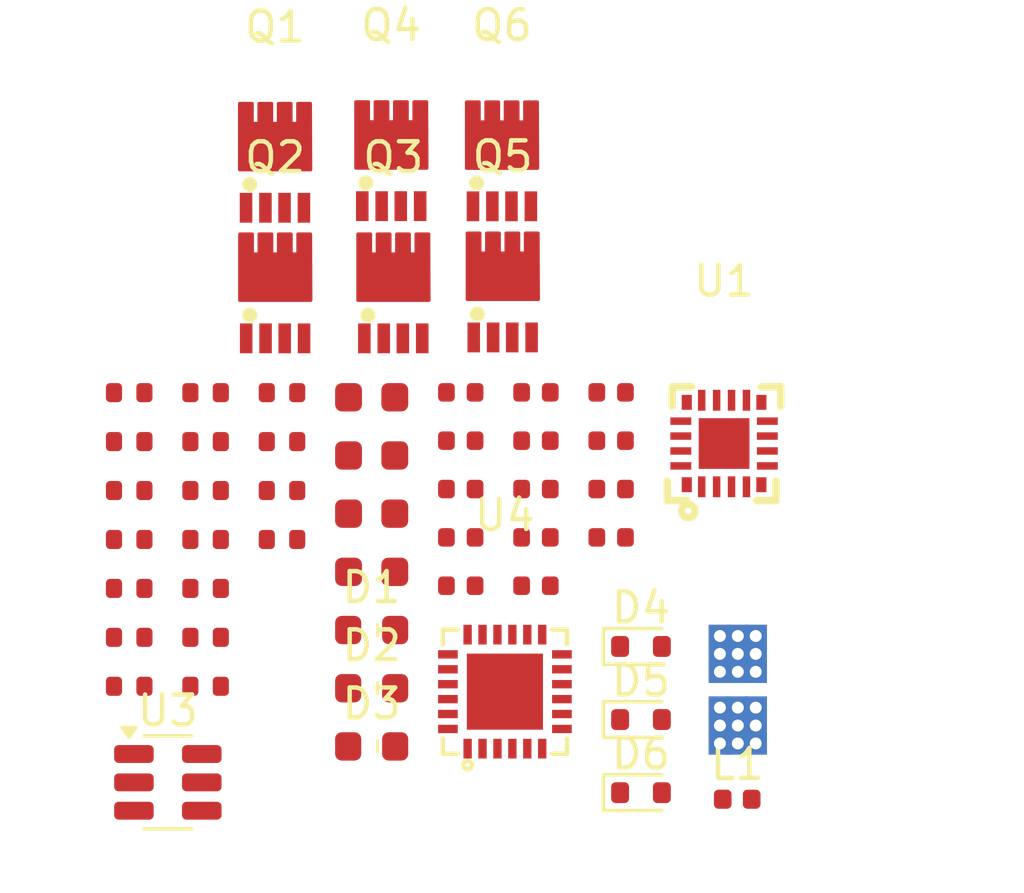
<source format=kicad_pcb>
(kicad_pcb (version 20240108) (generator "pcbnew") (generator_version "8.0")
  (layers (0 "F.Cu" signal) (31 "B.Cu" signal) (34 "B.Paste" user) (35 "F.Paste" user) (36 "B.SilkS" user "B.Silkscreen") (37 "F.SilkS" user "F.Silkscreen") (38 "B.Mask" user) (39 "F.Mask" user) (44 "Edge.Cuts" user))
  (net 0 "")
  (net 1 "+3V3")
  (net 2 "GND")
  (net 3 "VCC")
  (net 4 "Net-(D1-A)")
  (net 5 "Net-(D2-A)")
  (net 6 "Net-(D3-A)")
  (net 7 "Net-(U3-BST)")
  (net 8 "Net-(U3-SW)")
  (net 9 "VB1")
  (net 10 "PHASE_A")
  (net 11 "PHASE_B")
  (net 12 "LED_RED")
  (net 13 "LED_BLUE")
  (net 14 "LED_GREEN")
  (net 24 "VB2")
  (net 27 "VB3")
  (net 32 "PHASE_C")
  (net 33 "Net-(Q1-G)")
  (net 34 "Net-(Q2-G)")
  (net 35 "Net-(Q3-G)")
  (net 36 "Net-(Q4-G)")
  (net 37 "Net-(Q5-G)")
  (net 38 "Net-(Q6-G)")
  (net 40 "HO1")
  (net 41 "LO1")
  (net 43 "A_MEASURE")
  (net 45 "NEUTRAL")
  (net 46 "HO2")
  (net 47 "LO2")
  (net 48 "B_MEASURE")
  (net 49 "HO3")
  (net 50 "LO3")
  (net 52 "C_MEASURE")
  (net 56 "A_PWM")
  (net 57 "C_COM")
  (net 58 "B_PWM")
  (net 59 "B_COM")
  (net 60 "A_COM")
  (net 61 "C_PWM")
  (footprint "custom:C_0402_1005Metric_NoSilk" (layer "F.Cu") (at 138.12 102.045)
    (property "Reference" "C15" (hide yes))
    (property "Value" "1uF" (hide yes))
    (pad "1" smd roundrect (at -0.48 0) (size 0.56 0.62) (layers "F.Cu" "F.Paste" "F.Mask") (net 3 "VCC"))
    (pad "2" smd roundrect (at 0.48 0) (size 0.56 0.62) (layers "F.Cu" "F.Paste" "F.Mask") (net 2 "GND"))
  )
  (footprint "custom:C_0402_1005Metric_NoSilk" (layer "F.Cu") (at 135.6 102.045)
    (property "Reference" "C10" (hide yes))
    (property "Value" "1uF" (hide yes))
    (pad "1" smd roundrect (at -0.48 0) (size 0.56 0.62) (layers "F.Cu" "F.Paste" "F.Mask") (net 3 "VCC"))
    (pad "2" smd roundrect (at 0.48 0) (size 0.56 0.62) (layers "F.Cu" "F.Paste" "F.Mask") (net 2 "GND"))
  )
  (footprint "custom:C_0603_1608Metric_NoSilk" (layer "F.Cu") (at 132.615 97.68)
    (property "Reference" "C4" (hide yes))
    (property "Value" "22uF")
    (pad "1" smd roundrect (at -0.775 0) (size 0.9 0.95) (layers "F.Cu" "F.Paste" "F.Mask") (net 1 "+3V3"))
    (pad "2" smd roundrect (at 0.775 0) (size 0.9 0.95) (layers "F.Cu" "F.Paste" "F.Mask") (net 2 "GND"))
  )
  (footprint "Diode_SMD:D_SOD-523" (layer "F.Cu") (at 141.64 108.98)
    (property "Reference" "D6" (at 0 -1.3 0) (layer "F.SilkS"))
    (property "Value" "RB520S-30")
    (fp_line (start -1.26 -0.6) (end -1.26 0.6) (stroke (width 0.12)) (layer "F.SilkS"))
    (fp_line (start 0.7 -0.6) (end -1.26 -0.6) (stroke (width 0.12)) (layer "F.SilkS"))
    (fp_line (start 0.7 0.6) (end -1.26 0.6) (stroke (width 0.12)) (layer "F.SilkS"))
    (pad "1" smd roundrect (at -0.7 0 180) (size 0.6 0.7) (layers "F.Cu" "F.Paste" "F.Mask") (net 27 "VB3"))
    (pad "2" smd roundrect (at 0.7 0 180) (size 0.6 0.7) (layers "F.Cu" "F.Paste" "F.Mask") (net 3 "VCC"))
  )
  (footprint "custom:C_0402_1005Metric_NoSilk" (layer "F.Cu") (at 138.12 97.185)
    (property "Reference" "C12" (hide yes))
    (property "Value" "0.1uF" (hide yes))
    (pad "1" smd roundrect (at -0.48 0) (size 0.56 0.62) (layers "F.Cu" "F.Paste" "F.Mask") (net 24 "VB2"))
    (pad "2" smd roundrect (at 0.48 0) (size 0.56 0.62) (layers "F.Cu" "F.Paste" "F.Mask") (net 11 "PHASE_B"))
  )
  (footprint "Diode_SMD:D_SOD-523" (layer "F.Cu") (at 141.64 106.53)
    (property "Reference" "D5" (at 0 -1.3 0) (layer "F.SilkS"))
    (property "Value" "RB520S-30")
    (fp_line (start -1.26 -0.6) (end -1.26 0.6) (stroke (width 0.12)) (layer "F.SilkS"))
    (fp_line (start 0.7 -0.6) (end -1.26 -0.6) (stroke (width 0.12)) (layer "F.SilkS"))
    (fp_line (start 0.7 0.6) (end -1.26 0.6) (stroke (width 0.12)) (layer "F.SilkS"))
    (pad "1" smd roundrect (at -0.7 0 180) (size 0.6 0.7) (layers "F.Cu" "F.Paste" "F.Mask") (net 24 "VB2"))
    (pad "2" smd roundrect (at 0.7 0 180) (size 0.6 0.7) (layers "F.Cu" "F.Paste" "F.Mask") (net 3 "VCC"))
  )
  (footprint "custom:C_0402_1005Metric_NoSilk" (layer "F.Cu") (at 135.6 95.565)
    (property "Reference" "C1" (hide yes))
    (property "Value" "4.7uF" (hide yes))
    (pad "1" smd roundrect (at -0.48 0) (size 0.56 0.62) (layers "F.Cu" "F.Paste" "F.Mask") (net 1 "+3V3"))
    (pad "2" smd roundrect (at 0.48 0) (size 0.56 0.62) (layers "F.Cu" "F.Paste" "F.Mask") (net 2 "GND"))
  )
  (footprint "custom:C_0402_1005Metric_NoSilk" (layer "F.Cu") (at 135.6 98.805)
    (property "Reference" "C7" (hide yes))
    (property "Value" "0.1uF" (hide yes))
    (pad "1" smd roundrect (at -0.48 0) (size 0.56 0.62) (layers "F.Cu" "F.Paste" "F.Mask") (net 9 "VB1"))
    (pad "2" smd roundrect (at 0.48 0) (size 0.56 0.62) (layers "F.Cu" "F.Paste" "F.Mask") (net 10 "PHASE_A"))
  )
  (footprint "custom:R_0402_1005Metric_NoSilk" (layer "F.Cu") (at 127.05 103.775)
    (property "Reference" "R13" (hide yes))
    (property "Value" "12k")
    (pad "1" smd roundrect (at -0.51 0) (size 0.54 0.64) (layers "F.Cu" "F.Paste" "F.Mask") (net 48 "B_MEASURE"))
    (pad "2" smd roundrect (at 0.51 0) (size 0.54 0.64) (layers "F.Cu" "F.Paste" "F.Mask") (net 45 "NEUTRAL"))
  )
  (footprint "easyeda2kicad:POWERDI3333-8_DMN7022LFGQ-7" (layer "F.Cu") (at 133.34 92.725)
    (property "Reference" "Q3" (at 0 -5.03 0) (layer "F.SilkS"))
    (property "Value" "TM60N03DF")
    (fp_circle (center -0.85 0.25) (end -0.72 0.25) (stroke (width 0.25)) (fill none) (layer "F.SilkS"))
    (pad "1" smd rect (at -0.97 1.03) (size 0.42 1) (layers "F.Cu" "F.Paste" "F.Mask") (net 11 "PHASE_B"))
    (pad "2" smd rect (at -0.32 1.03) (size 0.42 1) (layers "F.Cu" "F.Paste" "F.Mask") (net 11 "PHASE_B"))
    (pad "3" smd rect (at 0.32 1.03) (size 0.42 1) (layers "F.Cu" "F.Paste" "F.Mask") (net 11 "PHASE_B"))
    (pad "4" smd rect (at 0.97 1.03) (size 0.42 1) (layers "F.Cu" "F.Paste" "F.Mask") (net 35 "Net-(Q3-G)"))
    (pad "5" smd custom (at 0 -1.03) (size 0.01 0.01) (layers "F.Cu" "F.Paste" "F.Mask") (net 3 "VCC") (options (clearance outline) (anchor circle)) (primitives (gr_poly (pts (xy -1.19 0.79) (xy -1.19 -1.44) (xy -0.76 -1.44) (xy -0.76 -0.77) (xy -0.54 -0.77) (xy -0.54 -1.44) (xy -0.11 -1.44) (xy -0.11 -0.77) (xy 0.11 -0.77) (xy 0.11 -1.44) (xy 0.54 -1.44) (xy 0.54 -0.77) (xy 0.76 -0.77) (xy 0.76 -1.44) (xy 1.19 -1.44) (xy 1.2 0.79) (xy -1.19 0.79)) (width 0.1) (fill yes))))
  )
  (footprint "custom:R_0402_1005Metric_NoSilk" (layer "F.Cu") (at 127.05 95.575)
    (property "Reference" "R8" (hide yes))
    (property "Value" "12k")
    (pad "1" smd roundrect (at -0.51 0) (size 0.54 0.64) (layers "F.Cu" "F.Paste" "F.Mask") (net 43 "A_MEASURE"))
    (pad "2" smd roundrect (at 0.51 0) (size 0.54 0.64) (layers "F.Cu" "F.Paste" "F.Mask") (net 45 "NEUTRAL"))
  )
  (footprint "custom:LED_0603_1608Metric_NoSilk" (layer "F.Cu") (at 132.615 107.43)
    (property "Reference" "D3" (at 0 -1.43 0) (layer "F.SilkS"))
    (property "Value" "GREEN")
    (fp_line (start 0.2 -0.2) (end 0.2 0.2) (stroke (width 0.1)) (layer "F.SilkS"))
    (pad "1" smd roundrect (at -0.7875 0) (size 0.875 0.95) (layers "F.Cu" "F.Paste" "F.Mask") (net 2 "GND"))
    (pad "2" smd roundrect (at 0.7875 0) (size 0.875 0.95) (layers "F.Cu" "F.Paste" "F.Mask") (net 6 "Net-(D3-A)"))
  )
  (footprint "custom:R_0402_1005Metric_NoSilk" (layer "F.Cu") (at 127.05 98.855)
    (property "Reference" "R10" (hide yes))
    (property "Value" "4R7")
    (pad "1" smd roundrect (at -0.51 0) (size 0.54 0.64) (layers "F.Cu" "F.Paste" "F.Mask") (net 47 "LO2"))
    (pad "2" smd roundrect (at 0.51 0) (size 0.54 0.64) (layers "F.Cu" "F.Paste" "F.Mask") (net 36 "Net-(Q4-G)"))
  )
  (footprint "custom:C_0402_1005Metric_NoSilk" (layer "F.Cu") (at 140.64 100.425)
    (property "Reference" "C19" (hide yes))
    (property "Value" "1uF" (hide yes))
    (pad "1" smd roundrect (at -0.48 0) (size 0.56 0.62) (layers "F.Cu" "F.Paste" "F.Mask") (net 3 "VCC"))
    (pad "2" smd roundrect (at 0.48 0) (size 0.56 0.62) (layers "F.Cu" "F.Paste" "F.Mask") (net 2 "GND"))
  )
  (footprint "custom:R_0402_1005Metric_NoSilk" (layer "F.Cu") (at 124.49 100.495)
    (property "Reference" "R4" (hide yes))
    (property "Value" "1k")
    (pad "1" smd roundrect (at -0.51 0) (size 0.54 0.64) (layers "F.Cu" "F.Paste" "F.Mask") (net 6 "Net-(D3-A)"))
    (pad "2" smd roundrect (at 0.51 0) (size 0.54 0.64) (layers "F.Cu" "F.Paste" "F.Mask") (net 14 "LED_GREEN"))
  )
  (footprint "custom:R_0402_1005Metric_NoSilk" (layer "F.Cu") (at 129.61 95.575)
    (property "Reference" "R15" (hide yes))
    (property "Value" "4R7")
    (pad "1" smd roundrect (at -0.51 0) (size 0.54 0.64) (layers "F.Cu" "F.Paste" "F.Mask") (net 50 "LO3"))
    (pad "2" smd roundrect (at 0.51 0) (size 0.54 0.64) (layers "F.Cu" "F.Paste" "F.Mask") (net 38 "Net-(Q6-G)"))
  )
  (footprint "easyeda2kicad:POWERDI3333-8_DMN7022LFGQ-7" (layer "F.Cu") (at 133.27 88.295)
    (property "Reference" "Q4" (at 0 -5.03 0) (layer "F.SilkS"))
    (property "Value" "TM60N03DF")
    (fp_circle (center -0.85 0.25) (end -0.72 0.25) (stroke (width 0.25)) (fill none) (layer "F.SilkS"))
    (pad "1" smd rect (at -0.97 1.03) (size 0.42 1) (layers "F.Cu" "F.Paste" "F.Mask") (net 2 "GND"))
    (pad "2" smd rect (at -0.32 1.03) (size 0.42 1) (layers "F.Cu" "F.Paste" "F.Mask") (net 2 "GND"))
    (pad "3" smd rect (at 0.32 1.03) (size 0.42 1) (layers "F.Cu" "F.Paste" "F.Mask") (net 2 "GND"))
    (pad "4" smd rect (at 0.97 1.03) (size 0.42 1) (layers "F.Cu" "F.Paste" "F.Mask") (net 36 "Net-(Q4-G)"))
    (pad "5" smd custom (at 0 -1.03) (size 0.01 0.01) (layers "F.Cu" "F.Paste" "F.Mask") (net 11 "PHASE_B") (options (clearance outline) (anchor circle)) (primitives (gr_poly (pts (xy -1.19 0.79) (xy -1.19 -1.44) (xy -0.76 -1.44) (xy -0.76 -0.77) (xy -0.54 -0.77) (xy -0.54 -1.44) (xy -0.11 -1.44) (xy -0.11 -0.77) (xy 0.11 -0.77) (xy 0.11 -1.44) (xy 0.54 -1.44) (xy 0.54 -0.77) (xy 0.76 -0.77) (xy 0.76 -1.44) (xy 1.19 -1.44) (xy 1.2 0.79) (xy -1.19 0.79)) (width 0.1) (fill yes))))
  )
  (footprint "custom:C_0402_1005Metric_NoSilk" (layer "F.Cu") (at 138.12 98.805)
    (property "Reference" "C13" (hide yes))
    (property "Value" "47uF" (hide yes))
    (pad "1" smd roundrect (at -0.48 0) (size 0.56 0.62) (layers "F.Cu" "F.Paste" "F.Mask") (net 3 "VCC"))
    (pad "2" smd roundrect (at 0.48 0) (size 0.56 0.62) (layers "F.Cu" "F.Paste" "F.Mask") (net 2 "GND"))
  )
  (footprint "custom:C_0402_1005Metric_NoSilk" (layer "F.Cu") (at 138.12 95.565)
    (property "Reference" "C11" (hide yes))
    (property "Value" "1uF" (hide yes))
    (pad "1" smd roundrect (at -0.48 0) (size 0.56 0.62) (layers "F.Cu" "F.Paste" "F.Mask") (net 3 "VCC"))
    (pad "2" smd roundrect (at 0.48 0) (size 0.56 0.62) (layers "F.Cu" "F.Paste" "F.Mask") (net 2 "GND"))
  )
  (footprint "easyeda2kicad:QFN-20_L3.0-W3.0-P0.50-BL-EP1.7_EFM8BB21F16G" (layer "F.Cu") (at 144.425 97.28)
    (property "Reference" "U1" (at 0 -5.45 0) (layer "F.SilkS"))
    (property "Value" "EFM8BB21F16G-C-QFN20")
    (fp_line (start -1.9 1.91) (end -1.9 1.26) (stroke (width 0.25)) (layer "F.SilkS"))
    (fp_line (start -1.9 1.91) (end -1.25 1.91) (stroke (width 0.25)) (layer "F.SilkS"))
    (fp_line (start -1.74 -1.9) (end -1.74 -1.25) (stroke (width 0.25)) (layer "F.SilkS"))
    (fp_line (start -1.74 -1.9) (end -1.09 -1.9) (stroke (width 0.25)) (layer "F.SilkS"))
    (fp_line (start 1.74 1.91) (end 1.09 1.91) (stroke (width 0.25)) (layer "F.SilkS"))
    (fp_line (start 1.74 1.91) (end 1.74 1.26) (stroke (width 0.25)) (layer "F.SilkS"))
    (fp_line (start 1.9 -1.9) (end 1.25 -1.9) (stroke (width 0.25)) (layer "F.SilkS"))
    (fp_line (start 1.9 -1.9) (end 1.9 -1.25) (stroke (width 0.25)) (layer "F.SilkS"))
    (fp_circle (center -1.2 2.26) (end -1.1 2.26) (stroke (width 0.25)) (fill none) (layer "F.SilkS"))
    (pad "1" smd rect (at -1.25 1.38) (size 0.34 0.5) (layers "F.Cu" "F.Paste" "F.Mask"))
    (pad "2" smd rect (at -0.75 1.45) (size 0.25 0.7) (layers "F.Cu" "F.Paste" "F.Mask"))
    (pad "3" smd rect (at -0.25 1.45) (size 0.25 0.7) (layers "F.Cu" "F.Paste" "F.Mask") (net 2 "GND"))
    (pad "4" smd rect (at 0.25 1.45) (size 0.25 0.7) (layers "F.Cu" "F.Paste" "F.Mask") (net 1 "+3V3"))
    (pad "5" smd rect (at 0.75 1.45) (size 0.25 0.7) (layers "F.Cu" "F.Paste" "F.Mask"))
    (pad "6" smd rect (at 1.25 1.38) (size 0.34 0.5) (layers "F.Cu" "F.Paste" "F.Mask"))
    (pad "7" smd rect (at 1.45 0.75) (size 0.7 0.25) (layers "F.Cu" "F.Paste" "F.Mask"))
    (pad "8" smd rect (at 1.45 0.25) (size 0.7 0.25) (layers "F.Cu" "F.Paste" "F.Mask"))
    (pad "9" smd rect (at 1.45 -0.25) (size 0.7 0.25) (layers "F.Cu" "F.Paste" "F.Mask"))
    (pad "10" smd rect (at 1.45 -0.75) (size 0.7 0.25) (layers "F.Cu" "F.Paste" "F.Mask"))
    (pad "11" smd rect (at 1.25 -1.38) (size 0.34 0.5) (layers "F.Cu" "F.Paste" "F.Mask"))
    (pad "12" smd rect (at 0.75 -1.45) (size 0.25 0.7) (layers "F.Cu" "F.Paste" "F.Mask") (net 2 "GND"))
    (pad "13" smd rect (at 0.25 -1.45) (size 0.25 0.7) (layers "F.Cu" "F.Paste" "F.Mask"))
    (pad "14" smd rect (at -0.25 -1.45) (size 0.25 0.7) (layers "F.Cu" "F.Paste" "F.Mask"))
    (pad "15" smd rect (at -0.75 -1.45) (size 0.25 0.7) (layers "F.Cu" "F.Paste" "F.Mask"))
    (pad "16" smd rect (at -1.25 -1.38) (size 0.34 0.5) (layers "F.Cu" "F.Paste" "F.Mask"))
    (pad "17" smd rect (at -1.45 -0.75) (size 0.7 0.25) (layers "F.Cu" "F.Paste" "F.Mask"))
    (pad "18" smd rect (at -1.45 -0.25) (size 0.7 0.25) (layers "F.Cu" "F.Paste" "F.Mask"))
    (pad "19" smd rect (at -1.45 0.25) (size 0.7 0.25) (layers "F.Cu" "F.Paste" "F.Mask"))
    (pad "20" smd rect (at -1.45 0.75) (size 0.7 0.25) (layers "F.Cu" "F.Paste" "F.Mask"))
    (pad "21" smd rect (at 0 0) (size 1.7 1.7) (layers "F.Cu" "F.Paste" "F.Mask") (net 2 "GND"))
  )
  (footprint "Inductor_SMD:L_0402_1005Metric" (layer "F.Cu") (at 144.865 109.2)
    (property "Reference" "L1" (at 0 -1.17 0) (layer "F.SilkS"))
    (property "Value" "4.7uH")
    (pad "1" smd roundrect (at -0.485 0) (size 0.59 0.64) (layers "F.Cu" "F.Paste" "F.Mask") (net 8 "Net-(U3-SW)"))
    (pad "2" smd roundrect (at 0.485 0) (size 0.59 0.64) (layers "F.Cu" "F.Paste" "F.Mask") (net 1 "+3V3"))
  )
  (footprint "Diode_SMD:D_SOD-523" (layer "F.Cu") (at 141.64 104.08)
    (property "Reference" "D4" (at 0 -1.3 0) (layer "F.SilkS"))
    (property "Value" "RB520S-30")
    (fp_line (start -1.26 -0.6) (end -1.26 0.6) (stroke (width 0.12)) (layer "F.SilkS"))
    (fp_line (start 0.7 -0.6) (end -1.26 -0.6) (stroke (width 0.12)) (layer "F.SilkS"))
    (fp_line (start 0.7 0.6) (end -1.26 0.6) (stroke (width 0.12)) (layer "F.SilkS"))
    (pad "1" smd roundrect (at -0.7 0 180) (size 0.6 0.7) (layers "F.Cu" "F.Paste" "F.Mask") (net 9 "VB1"))
    (pad "2" smd roundrect (at 0.7 0 180) (size 0.6 0.7) (layers "F.Cu" "F.Paste" "F.Mask") (net 3 "VCC"))
  )
  (footprint "custom:R_0402_1005Metric_NoSilk" (layer "F.Cu") (at 127.05 105.415)
    (property "Reference" "R14" (hide yes))
    (property "Value" "4R7")
    (pad "1" smd roundrect (at -0.51 0) (size 0.54 0.64) (layers "F.Cu" "F.Paste" "F.Mask") (net 49 "HO3"))
    (pad "2" smd roundrect (at 0.51 0) (size 0.54 0.64) (layers "F.Cu" "F.Paste" "F.Mask") (net 37 "Net-(Q5-G)"))
  )
  (footprint "custom:LED_0603_1608Metric_NoSilk" (layer "F.Cu") (at 132.615 105.48)
    (property "Reference" "D2" (at 0 -1.43 0) (layer "F.SilkS"))
    (property "Value" "BLUE")
    (fp_line (start 0.2 -0.2) (end 0.2 0.2) (stroke (width 0.1)) (layer "F.SilkS"))
    (pad "1" smd roundrect (at -0.7875 0) (size 0.875 0.95) (layers "F.Cu" "F.Paste" "F.Mask") (net 2 "GND"))
    (pad "2" smd roundrect (at 0.7875 0) (size 0.875 0.95) (layers "F.Cu" "F.Paste" "F.Mask") (net 5 "Net-(D2-A)"))
  )
  (footprint "easyeda2kicad:POWERDI3333-8_DMN7022LFGQ-7" (layer "F.Cu") (at 137.005 92.695)
    (property "Reference" "Q5" (at 0 -5.03 0) (layer "F.SilkS"))
    (property "Value" "TM60N03DF")
    (fp_circle (center -0.85 0.25) (end -0.72 0.25) (stroke (width 0.25)) (fill none) (layer "F.SilkS"))
    (pad "1" smd rect (at -0.97 1.03) (size 0.42 1) (layers "F.Cu" "F.Paste" "F.Mask") (net 32 "PHASE_C"))
    (pad "2" smd rect (at -0.32 1.03) (size 0.42 1) (layers "F.Cu" "F.Paste" "F.Mask") (net 32 "PHASE_C"))
    (pad "3" smd rect (at 0.32 1.03) (size 0.42 1) (layers "F.Cu" "F.Paste" "F.Mask") (net 32 "PHASE_C"))
    (pad "4" smd rect (at 0.97 1.03) (size 0.42 1) (layers "F.Cu" "F.Paste" "F.Mask") (net 37 "Net-(Q5-G)"))
    (pad "5" smd custom (at 0 -1.03) (size 0.01 0.01) (layers "F.Cu" "F.Paste" "F.Mask") (net 3 "VCC") (options (clearance outline) (anchor circle)) (primitives (gr_poly (pts (xy -1.19 0.79) (xy -1.19 -1.44) (xy -0.76 -1.44) (xy -0.76 -0.77) (xy -0.54 -0.77) (xy -0.54 -1.44) (xy -0.11 -1.44) (xy -0.11 -0.77) (xy 0.11 -0.77) (xy 0.11 -1.44) (xy 0.54 -1.44) (xy 0.54 -0.77) (xy 0.76 -0.77) (xy 0.76 -1.44) (xy 1.19 -1.44) (xy 1.2 0.79) (xy -1.19 0.79)) (width 0.1) (fill yes))))
  )
  (footprint "custom:C_0402_1005Metric_NoSilk" (layer "F.Cu") (at 138.12 100.425)
    (property "Reference" "C14" (hide yes))
    (property "Value" "1uF" (hide yes))
    (pad "1" smd roundrect (at -0.48 0) (size 0.56 0.62) (layers "F.Cu" "F.Paste" "F.Mask") (net 3 "VCC"))
    (pad "2" smd roundrect (at 0.48 0) (size 0.56 0.62) (layers "F.Cu" "F.Paste" "F.Mask") (net 2 "GND"))
  )
  (footprint "custom:R_0402_1005Metric_NoSilk" (layer "F.Cu") (at 124.49 98.855)
    (property "Reference" "R3" (hide yes))
    (property "Value" "1k")
    (pad "1" smd roundrect (at -0.51 0) (size 0.54 0.64) (layers "F.Cu" "F.Paste" "F.Mask") (net 5 "Net-(D2-A)"))
    (pad "2" smd roundrect (at 0.51 0) (size 0.54 0.64) (layers "F.Cu" "F.Paste" "F.Mask") (net 13 "LED_BLUE"))
  )
  (footprint "custom:R_0402_1005Metric_NoSilk" (layer "F.Cu") (at 129.61 98.855)
    (property "Reference" "R17" (hide yes))
    (property "Value" "12k")
    (pad "1" smd roundrect (at -0.51 0) (size 0.54 0.64) (layers "F.Cu" "F.Paste" "F.Mask") (net 52 "C_MEASURE"))
    (pad "2" smd roundrect (at 0.51 0) (size 0.54 0.64) (layers "F.Cu" "F.Paste" "F.Mask") (net 2 "GND"))
  )
  (footprint "custom:R_0402_1005Metric_NoSilk" (layer "F.Cu") (at 124.49 97.215)
    (property "Reference" "R2" (hide yes))
    (property "Value" "1k")
    (pad "1" smd roundrect (at -0.51 0) (size 0.54 0.64) (layers "F.Cu" "F.Paste" "F.Mask") (net 4 "Net-(D1-A)"))
    (pad "2" smd roundrect (at 0.51 0) (size 0.54 0.64) (layers "F.Cu" "F.Paste" "F.Mask") (net 12 "LED_RED"))
  )
  (footprint "Package_TO_SOT_SMD:TSOT-23-6" (layer "F.Cu") (at 125.785 108.635)
    (property "Reference" "U3" (at 0 -2.4 0) (layer "F.SilkS"))
    (property "Value" "AP63203WU-7")
    (fp_line (start 0 -1.56) (end -0.8 -1.56) (stroke (width 0.12)) (layer "F.SilkS"))
    (fp_line (start 0 -1.56) (end 0.8 -1.56) (stroke (width 0.12)) (layer "F.SilkS"))
    (fp_line (start 0 1.56) (end -0.8 1.56) (stroke (width 0.12)) (layer "F.SilkS"))
    (fp_line (start 0 1.56) (end 0.8 1.56) (stroke (width 0.12)) (layer "F.SilkS"))
    (fp_poly (pts (xy -1.3 -1.51) (xy -1.54 -1.84) (xy -1.06 -1.84) (xy -1.3 -1.51)) (stroke (width 0.12)) (fill solid) (layer "F.SilkS"))
    (pad "1" smd roundrect (at -1.1375 -0.95) (size 1.325 0.6) (layers "F.Cu" "F.Paste" "F.Mask") (net 1 "+3V3"))
    (pad "2" smd roundrect (at -1.1375 0) (size 1.325 0.6) (layers "F.Cu" "F.Paste" "F.Mask") (net 3 "VCC"))
    (pad "3" smd roundrect (at -1.1375 0.95) (size 1.325 0.6) (layers "F.Cu" "F.Paste" "F.Mask") (net 3 "VCC"))
    (pad "4" smd roundrect (at 1.1375 0.95) (size 1.325 0.6) (layers "F.Cu" "F.Paste" "F.Mask") (net 2 "GND"))
    (pad "5" smd roundrect (at 1.1375 0) (size 1.325 0.6) (layers "F.Cu" "F.Paste" "F.Mask") (net 8 "Net-(U3-SW)"))
    (pad "6" smd roundrect (at 1.1375 -0.95) (size 1.325 0.6) (layers "F.Cu" "F.Paste" "F.Mask") (net 7 "Net-(U3-BST)"))
  )
  (footprint "custom:R_0402_1005Metric_NoSilk" (layer "F.Cu") (at 124.49 102.135)
    (property "Reference" "R5" (hide yes))
    (property "Value" "4R7")
    (pad "1" smd roundrect (at -0.51 0) (size 0.54 0.64) (layers "F.Cu" "F.Paste" "F.Mask") (net 41 "LO1"))
    (pad "2" smd roundrect (at 0.51 0) (size 0.54 0.64) (layers "F.Cu" "F.Paste" "F.Mask") (net 33 "Net-(Q1-G)"))
  )
  (footprint "easyeda2kicad:POWERDI3333-8_DMN7022LFGQ-7" (layer "F.Cu") (at 136.98 88.3)
    (property "Reference" "Q6" (at 0 -5.03 0) (layer "F.SilkS"))
    (property "Value" "TM60N03DF")
    (fp_circle (center -0.85 0.25) (end -0.72 0.25) (stroke (width 0.25)) (fill none) (layer "F.SilkS"))
    (pad "1" smd rect (at -0.97 1.03) (size 0.42 1) (layers "F.Cu" "F.Paste" "F.Mask") (net 2 "GND"))
    (pad "2" smd rect (at -0.32 1.03) (size 0.42 1) (layers "F.Cu" "F.Paste" "F.Mask") (net 2 "GND"))
    (pad "3" smd rect (at 0.32 1.03) (size 0.42 1) (layers "F.Cu" "F.Paste" "F.Mask") (net 2 "GND"))
    (pad "4" smd rect (at 0.97 1.03) (size 0.42 1) (layers "F.Cu" "F.Paste" "F.Mask") (net 38 "Net-(Q6-G)"))
    (pad "5" smd custom (at 0 -1.03) (size 0.01 0.01) (layers "F.Cu" "F.Paste" "F.Mask") (net 32 "PHASE_C") (options (clearance outline) (anchor circle)) (primitives (gr_poly (pts (xy -1.19 0.79) (xy -1.19 -1.44) (xy -0.76 -1.44) (xy -0.76 -0.77) (xy -0.54 -0.77) (xy -0.54 -1.44) (xy -0.11 -1.44) (xy -0.11 -0.77) (xy 0.11 -0.77) (xy 0.11 -1.44) (xy 0.54 -1.44) (xy 0.54 -0.77) (xy 0.76 -0.77) (xy 0.76 -1.44) (xy 1.19 -1.44) (xy 1.2 0.79) (xy -1.19 0.79)) (width 0.1) (fill yes))))
  )
  (footprint "custom:C_0402_1005Metric_NoSilk" (layer "F.Cu") (at 140.64 97.185)
    (property "Reference" "C17" (hide yes))
    (property "Value" "47uF" (hide yes))
    (pad "1" smd roundrect (at -0.48 0) (size 0.56 0.62) (layers "F.Cu" "F.Paste" "F.Mask") (net 3 "VCC"))
    (pad "2" smd roundrect (at 0.48 0) (size 0.56 0.62) (layers "F.Cu" "F.Paste" "F.Mask") (net 2 "GND"))
  )
  (footprint "custom:Conn_2_Bat" (layer "F.Cu") (at 144.885 104.33)
    (property "Reference" "J1" (hide yes))
    (property "Value" "INPUT_POWER" (hide yes))
    (pad "1" thru_hole rect (at -0.6 -0.6) (size 0.75 0.75) (drill 0.4) (layers "*.Cu" "*.Mask") (net 3 "VCC"))
    (pad "1" thru_hole rect (at -0.6 0) (size 0.75 0.75) (drill 0.4) (layers "*.Cu" "*.Mask") (net 3 "VCC"))
    (pad "1" thru_hole rect (at -0.6 0.6) (size 0.75 0.75) (drill 0.4) (layers "*.Cu" "*.Mask") (net 3 "VCC"))
    (pad "1" thru_hole rect (at 0 -0.6) (size 0.75 0.75) (drill 0.4) (layers "*.Cu" "*.Mask") (net 3 "VCC"))
    (pad "1" thru_hole rect (at 0 0) (size 0.75 0.75) (drill 0.4) (layers "*.Cu" "*.Mask") (net 3 "VCC"))
    (pad "1" thru_hole rect (at 0 0.6) (size 0.75 0.75) (drill 0.4) (layers "*.Cu" "*.Mask") (net 3 "VCC"))
    (pad "1" thru_hole rect (at 0.6 -0.6) (size 0.75 0.75) (drill 0.4) (layers "*.Cu" "*.Mask") (net 3 "VCC"))
    (pad "1" thru_hole rect (at 0.6 0) (size 0.75 0.75) (drill 0.4) (layers "*.Cu" "*.Mask") (net 3 "VCC"))
    (pad "1" thru_hole rect (at 0.6 0.6) (size 0.75 0.75) (drill 0.4) (layers "*.Cu" "*.Mask") (net 3 "VCC"))
    (pad "2" thru_hole rect (at -0.6 1.8) (size 0.75 0.75) (drill 0.4) (layers "*.Cu" "*.Mask") (net 2 "GND"))
    (pad "2" thru_hole rect (at -0.6 2.4) (size 0.75 0.75) (drill 0.4) (layers "*.Cu" "*.Mask") (net 2 "GND"))
    (pad "2" thru_hole rect (at -0.6 3) (size 0.75 0.75) (drill 0.4) (layers "*.Cu" "*.Mask") (net 2 "GND"))
    (pad "2" thru_hole rect (at 0 1.8) (size 0.75 0.75) (drill 0.4) (layers "*.Cu" "*.Mask") (net 2 "GND"))
    (pad "2" thru_hole rect (at 0 2.4) (size 0.75 0.75) (drill 0.4) (layers "*.Cu" "*.Mask") (net 2 "GND"))
    (pad "2" thru_hole rect (at 0 3) (size 0.75 0.75) (drill 0.4) (layers "*.Cu" "*.Mask") (net 2 "GND"))
    (pad "2" thru_hole rect (at 0.6 1.8) (size 0.75 0.75) (drill 0.4) (layers "*.Cu" "*.Mask") (net 2 "GND"))
    (pad "2" thru_hole rect (at 0.6 2.4) (size 0.75 0.75) (drill 0.4) (layers "*.Cu" "*.Mask") (net 2 "GND"))
    (pad "2" thru_hole rect (at 0.6 3) (size 0.75 0.75) (drill 0.4) (layers "*.Cu" "*.Mask") (net 2 "GND"))
  )
  (footprint "custom:R_0402_1005Metric_NoSilk" (layer "F.Cu") (at 124.49 95.575)
    (property "Reference" "R1" (hide yes))
    (property "Value" "4R7")
    (pad "1" smd roundrect (at -0.51 0) (size 0.54 0.64) (layers "F.Cu" "F.Paste" "F.Mask") (net 40 "HO1"))
    (pad "2" smd roundrect (at 0.51 0) (size 0.54 0.64) (layers "F.Cu" "F.Paste" "F.Mask") (net 34 "Net-(Q2-G)"))
  )
  (footprint "custom:C_0402_1005Metric_NoSilk" (layer "F.Cu") (at 140.64 95.565)
    (property "Reference" "C16" (hide yes))
    (property "Value" "0.1uF" (hide yes))
    (pad "1" smd roundrect (at -0.48 0) (size 0.56 0.62) (layers "F.Cu" "F.Paste" "F.Mask") (net 27 "VB3"))
    (pad "2" smd roundrect (at 0.48 0) (size 0.56 0.62) (layers "F.Cu" "F.Paste" "F.Mask") (net 32 "PHASE_C"))
  )
  (footprint "custom:C_0603_1608Metric_NoSilk" (layer "F.Cu") (at 132.615 101.58)
    (property "Reference" "C6" (hide yes))
    (property "Value" "22uF")
    (pad "1" smd roundrect (at -0.775 0) (size 0.9 0.95) (layers "F.Cu" "F.Paste" "F.Mask") (net 1 "+3V3"))
    (pad "2" smd roundrect (at 0.775 0) (size 0.9 0.95) (layers "F.Cu" "F.Paste" "F.Mask") (net 2 "GND"))
  )
  (footprint "custom:C_0402_1005Metric_NoSilk" (layer "F.Cu") (at 135.6 97.185)
    (property "Reference" "C2" (hide yes))
    (property "Value" "0.1uF" (hide yes))
    (pad "1" smd roundrect (at -0.48 0) (size 0.56 0.62) (layers "F.Cu" "F.Paste" "F.Mask") (net 1 "+3V3"))
    (pad "2" smd roundrect (at 0.48 0) (size 0.56 0.62) (layers "F.Cu" "F.Paste" "F.Mask") (net 2 "GND"))
  )
  (footprint "custom:C_0603_1608Metric_NoSilk" (layer "F.Cu") (at 132.615 95.73)
    (property "Reference" "C3" (hide yes))
    (property "Value" "10uF")
    (pad "1" smd roundrect (at -0.775 0) (size 0.9 0.95) (layers "F.Cu" "F.Paste" "F.Mask") (net 3 "VCC"))
    (pad "2" smd roundrect (at 0.775 0) (size 0.9 0.95) (layers "F.Cu" "F.Paste" "F.Mask") (net 2 "GND"))
  )
  (footprint "custom:R_0402_1005Metric_NoSilk" (layer "F.Cu") (at 124.49 103.775)
    (property "Reference" "R6" (hide yes))
    (property "Value" "100k")
    (pad "1" smd roundrect (at -0.51 0) (size 0.54 0.64) (layers "F.Cu" "F.Paste" "F.Mask") (net 10 "PHASE_A"))
    (pad "2" smd roundrect (at 0.51 0) (size 0.54 0.64) (layers "F.Cu" "F.Paste" "F.Mask") (net 43 "A_MEASURE"))
  )
  (footprint "custom:C_0603_1608Metric_NoSilk" (layer "F.Cu") (at 132.615 99.63)
    (property "Reference" "C5" (hide yes))
    (property "Value" "100nF")
    (pad "1" smd roundrect (at -0.775 0) (size 0.9 0.95) (layers "F.Cu" "F.Paste" "F.Mask") (net 7 "Net-(U3-BST)"))
    (pad "2" smd roundrect (at 0.775 0) (size 0.9 0.95) (layers "F.Cu" "F.Paste" "F.Mask") (net 8 "Net-(U3-SW)"))
  )
  (footprint "custom:R_0402_1005Metric_NoSilk" (layer "F.Cu") (at 127.05 102.135)
    (property "Reference" "R12" (hide yes))
    (property "Value" "12k")
    (pad "1" smd roundrect (at -0.51 0) (size 0.54 0.64) (layers "F.Cu" "F.Paste" "F.Mask") (net 48 "B_MEASURE"))
    (pad "2" smd roundrect (at 0.51 0) (size 0.54 0.64) (layers "F.Cu" "F.Paste" "F.Mask") (net 2 "GND"))
  )
  (footprint "custom:R_0402_1005Metric_NoSilk" (layer "F.Cu") (at 124.49 105.415)
    (property "Reference" "R7" (hide yes))
    (property "Value" "12k")
    (pad "1" smd roundrect (at -0.51 0) (size 0.54 0.64) (layers "F.Cu" "F.Paste" "F.Mask") (net 43 "A_MEASURE"))
    (pad "2" smd roundrect (at 0.51 0) (size 0.54 0.64) (layers "F.Cu" "F.Paste" "F.Mask") (net 2 "GND"))
  )
  (footprint "custom:R_0402_1005Metric_NoSilk" (layer "F.Cu") (at 127.05 100.495)
    (property "Reference" "R11" (hide yes))
    (property "Value" "100k")
    (pad "1" smd roundrect (at -0.51 0) (size 0.54 0.64) (layers "F.Cu" "F.Paste" "F.Mask") (net 11 "PHASE_B"))
    (pad "2" smd roundrect (at 0.51 0) (size 0.54 0.64) (layers "F.Cu" "F.Paste" "F.Mask") (net 48 "B_MEASURE"))
  )
  (footprint "easyeda2kicad:POWERDI3333-8_DMN7022LFGQ-7" (layer "F.Cu") (at 129.375 88.35)
    (property "Reference" "Q1" (at 0 -5.03 0) (layer "F.SilkS"))
    (property "Value" "TM60N03DF")
    (fp_circle (center -0.85 0.25) (end -0.72 0.25) (stroke (width 0.25)) (fill none) (layer "F.SilkS"))
    (pad "1" smd rect (at -0.97 1.03) (size 0.42 1) (layers "F.Cu" "F.Paste" "F.Mask") (net 2 "GND"))
    (pad "2" smd rect (at -0.32 1.03) (size 0.42 1) (layers "F.Cu" "F.Paste" "F.Mask") (net 2 "GND"))
    (pad "3" smd rect (at 0.32 1.03) (size 0.42 1) (layers "F.Cu" "F.Paste" "F.Mask") (net 2 "GND"))
    (pad "4" smd rect (at 0.97 1.03) (size 0.42 1) (layers "F.Cu" "F.Paste" "F.Mask") (net 33 "Net-(Q1-G)"))
    (pad "5" smd custom (at 0 -1.03) (size 0.01 0.01) (layers "F.Cu" "F.Paste" "F.Mask") (net 10 "PHASE_A") (options (clearance outline) (anchor circle)) (primitives (gr_poly (pts (xy -1.19 0.79) (xy -1.19 -1.44) (xy -0.76 -1.44) (xy -0.76 -0.77) (xy -0.54 -0.77) (xy -0.54 -1.44) (xy -0.11 -1.44) (xy -0.11 -0.77) (xy 0.11 -0.77) (xy 0.11 -1.44) (xy 0.54 -1.44) (xy 0.54 -0.77) (xy 0.76 -0.77) (xy 0.76 -1.44) (xy 1.19 -1.44) (xy 1.2 0.79) (xy -1.19 0.79)) (width 0.1) (fill yes))))
  )
  (footprint "custom:R_0402_1005Metric_NoSilk" (layer "F.Cu") (at 129.61 97.215)
    (property "Reference" "R16" (hide yes))
    (property "Value" "100k")
    (pad "1" smd roundrect (at -0.51 0) (size 0.54 0.64) (layers "F.Cu" "F.Paste" "F.Mask") (net 32 "PHASE_C"))
    (pad "2" smd roundrect (at 0.51 0) (size 0.54 0.64) (layers "F.Cu" "F.Paste" "F.Mask") (net 52 "C_MEASURE"))
  )
  (footprint "custom:LED_0603_1608Metric_NoSilk" (layer "F.Cu") (at 132.615 103.53)
    (property "Reference" "D1" (at 0 -1.43 0) (layer "F.SilkS"))
    (property "Value" "RED")
    (fp_line (start 0.2 -0.2) (end 0.2 0.2) (stroke (width 0.1)) (layer "F.SilkS"))
    (pad "1" smd roundrect (at -0.7875 0) (size 0.875 0.95) (layers "F.Cu" "F.Paste" "F.Mask") (net 2 "GND"))
    (pad "2" smd roundrect (at 0.7875 0) (size 0.875 0.95) (layers "F.Cu" "F.Paste" "F.Mask") (net 4 "Net-(D1-A)"))
  )
  (footprint "custom:R_0402_1005Metric_NoSilk" (layer "F.Cu") (at 129.61 100.495)
    (property "Reference" "R18" (hide yes))
    (property "Value" "12k")
    (pad "1" smd roundrect (at -0.51 0) (size 0.54 0.64) (layers "F.Cu" "F.Paste" "F.Mask") (net 52 "C_MEASURE"))
    (pad "2" smd roundrect (at 0.51 0) (size 0.54 0.64) (layers "F.Cu" "F.Paste" "F.Mask") (net 45 "NEUTRAL"))
  )
  (footprint "custom:R_0402_1005Metric_NoSilk" (layer "F.Cu") (at 127.05 97.215)
    (property "Reference" "R9" (hide yes))
    (property "Value" "4R7")
    (pad "1" smd roundrect (at -0.51 0) (size 0.54 0.64) (layers "F.Cu" "F.Paste" "F.Mask") (net 46 "HO2"))
    (pad "2" smd roundrect (at 0.51 0) (size 0.54 0.64) (layers "F.Cu" "F.Paste" "F.Mask") (net 35 "Net-(Q3-G)"))
  )
  (footprint "easyeda2kicad:POWERDI3333-8_DMN7022LFGQ-7" (layer "F.Cu") (at 129.38 92.725)
    (property "Reference" "Q2" (at 0 -5.03 0) (layer "F.SilkS"))
    (property "Value" "TM60N03DF")
    (fp_circle (center -0.85 0.25) (end -0.72 0.25) (stroke (width 0.25)) (fill none) (layer "F.SilkS"))
    (pad "1" smd rect (at -0.97 1.03) (size 0.42 1) (layers "F.Cu" "F.Paste" "F.Mask") (net 10 "PHASE_A"))
    (pad "2" smd rect (at -0.32 1.03) (size 0.42 1) (layers "F.Cu" "F.Paste" "F.Mask") (net 10 "PHASE_A"))
    (pad "3" smd rect (at 0.32 1.03) (size 0.42 1) (layers "F.Cu" "F.Paste" "F.Mask") (net 10 "PHASE_A"))
    (pad "4" smd rect (at 0.97 1.03) (size 0.42 1) (layers "F.Cu" "F.Paste" "F.Mask") (net 34 "Net-(Q2-G)"))
    (pad "5" smd custom (at 0 -1.03) (size 0.01 0.01) (layers "F.Cu" "F.Paste" "F.Mask") (net 3 "VCC") (options (clearance outline) (anchor circle)) (primitives (gr_poly (pts (xy -1.19 0.79) (xy -1.19 -1.44) (xy -0.76 -1.44) (xy -0.76 -0.77) (xy -0.54 -0.77) (xy -0.54 -1.44) (xy -0.11 -1.44) (xy -0.11 -0.77) (xy 0.11 -0.77) (xy 0.11 -1.44) (xy 0.54 -1.44) (xy 0.54 -0.77) (xy 0.76 -0.77) (xy 0.76 -1.44) (xy 1.19 -1.44) (xy 1.2 0.79) (xy -1.19 0.79)) (width 0.1) (fill yes))))
  )
  (footprint "custom:C_0402_1005Metric_NoSilk" (layer "F.Cu") (at 135.6 100.425)
    (property "Reference" "C9" (hide yes))
    (property "Value" "47uF" (hide yes))
    (pad "1" smd roundrect (at -0.48 0) (size 0.56 0.62) (layers "F.Cu" "F.Paste" "F.Mask") (net 3 "VCC"))
    (pad "2" smd roundrect (at 0.48 0) (size 0.56 0.62) (layers "F.Cu" "F.Paste" "F.Mask") (net 2 "GND"))
  )
  (footprint "custom:C_0402_1005Metric_NoSilk" (layer "F.Cu") (at 140.64 98.805)
    (property "Reference" "C18" (hide yes))
    (property "Value" "1uF" (hide yes))
    (pad "1" smd roundrect (at -0.48 0) (size 0.56 0.62) (layers "F.Cu" "F.Paste" "F.Mask") (net 3 "VCC"))
    (pad "2" smd roundrect (at 0.48 0) (size 0.56 0.62) (layers "F.Cu" "F.Paste" "F.Mask") (net 2 "GND"))
  )
  (footprint "easyeda2kicad:QFN-24_L4.0-W4.0-P0.50-BL-EP2.6" (layer "F.Cu") (at 137.08 105.595)
    (property "Reference" "U4" (at 0 -5.91 0) (layer "F.SilkS"))
    (property "Value" "FD6288Q")
    (fp_line (start -2.08 -2.08) (end -1.58 -2.08) (stroke (width 0.15)) (layer "F.SilkS"))
    (fp_line (start -2.08 -1.58) (end -2.08 -2.08) (stroke (width 0.15)) (layer "F.SilkS"))
    (fp_line (start -2.08 1.58) (end -2.08 2.08) (stroke (width 0.15)) (layer "F.SilkS"))
    (fp_line (start -2.08 2.08) (end -1.58 2.08) (stroke (width 0.15)) (layer "F.SilkS"))
    (fp_line (start 2.08 -2.08) (end 1.58 -2.08) (stroke (width 0.15)) (layer "F.SilkS"))
    (fp_line (start 2.08 -1.58) (end 2.08 -2.08) (stroke (width 0.15)) (layer "F.SilkS"))
    (fp_line (start 2.08 1.58) (end 2.08 2.08) (stroke (width 0.15)) (layer "F.SilkS"))
    (fp_line (start 2.08 2.08) (end 1.58 2.08) (stroke (width 0.15)) (layer "F.SilkS"))
    (fp_circle (center -1.25 2.46) (end -1.18 2.46) (stroke (width 0.15)) (fill none) (layer "F.SilkS"))
    (pad "1" smd rect (at -1.25 1.91) (size 0.28 0.66) (layers "F.Cu" "F.Paste" "F.Mask") (net 57 "C_COM"))
    (pad "2" smd rect (at -0.75 1.91) (size 0.28 0.66) (layers "F.Cu" "F.Paste" "F.Mask") (net 59 "B_COM"))
    (pad "3" smd rect (at -0.25 1.91) (size 0.28 0.66) (layers "F.Cu" "F.Paste" "F.Mask") (net 60 "A_COM"))
    (pad "4" smd rect (at 0.25 1.91) (size 0.28 0.66) (layers "F.Cu" "F.Paste" "F.Mask") (net 3 "VCC"))
    (pad "5" smd rect (at 0.75 1.91) (size 0.28 0.66) (layers "F.Cu" "F.Paste" "F.Mask"))
    (pad "6" smd rect (at 1.25 1.91) (size 0.28 0.66) (layers "F.Cu" "F.Paste" "F.Mask") (net 2 "GND"))
    (pad "7" smd rect (at 1.91 1.25) (size 0.66 0.28) (layers "F.Cu" "F.Paste" "F.Mask"))
    (pad "8" smd rect (at 1.91 0.75) (size 0.66 0.28) (layers "F.Cu" "F.Paste" "F.Mask"))
    (pad "9" smd rect (at 1.91 0.25) (size 0.66 0.28) (layers "F.Cu" "F.Paste" "F.Mask") (net 50 "LO3"))
    (pad "10" smd rect (at 1.91 -0.25) (size 0.66 0.28) (layers "F.Cu" "F.Paste" "F.Mask") (net 47 "LO2"))
    (pad "11" smd rect (at 1.91 -0.75) (size 0.66 0.28) (layers "F.Cu" "F.Paste" "F.Mask") (net 41 "LO1"))
    (pad "12" smd rect (at 1.91 -1.25) (size 0.66 0.28) (layers "F.Cu" "F.Paste" "F.Mask") (net 32 "PHASE_C"))
    (pad "13" smd rect (at 1.25 -1.91) (size 0.28 0.66) (layers "F.Cu" "F.Paste" "F.Mask") (net 49 "HO3"))
    (pad "14" smd rect (at 0.75 -1.91) (size 0.28 0.66) (layers "F.Cu" "F.Paste" "F.Mask") (net 27 "VB3"))
    (pad "15" smd rect (at 0.25 -1.91) (size 0.28 0.66) (layers "F.Cu" "F.Paste" "F.Mask") (net 11 "PHASE_B"))
    (pad "16" smd rect (at -0.25 -1.91) (size 0.28 0.66) (layers "F.Cu" "F.Paste" "F.Mask") (net 46 "HO2"))
    (pad "17" smd rect (at -0.75 -1.91) (size 0.28 0.66) (layers "F.Cu" "F.Paste" "F.Mask") (net 24 "VB2"))
    (pad "18" smd rect (at -1.25 -1.91) (size 0.28 0.66) (layers "F.Cu" "F.Paste" "F.Mask") (net 10 "PHASE_A"))
    (pad "19" smd rect (at -1.91 -1.25) (size 0.66 0.28) (layers "F.Cu" "F.Paste" "F.Mask") (net 40 "HO1"))
    (pad "20" smd rect (at -1.91 -0.75) (size 0.66 0.28) (layers "F.Cu" "F.Paste" "F.Mask") (net 9 "VB1"))
    (pad "21" smd rect (at -1.91 -0.25) (size 0.66 0.28) (layers "F.Cu" "F.Paste" "F.Mask"))
    (pad "22" smd rect (at -1.91 0.25) (size 0.66 0.28) (layers "F.Cu" "F.Paste" "F.Mask") (net 56 "A_PWM"))
    (pad "23" smd rect (at -1.91 0.75) (size 0.66 0.28) (layers "F.Cu" "F.Paste" "F.Mask") (net 58 "B_PWM"))
    (pad "24" smd rect (at -1.91 1.25) (size 0.66 0.28) (layers "F.Cu" "F.Paste" "F.Mask") (net 61 "C_PWM"))
    (pad "25" smd rect (at 0 0) (size 2.55 2.55) (layers "F.Cu" "F.Paste" "F.Mask"))
  )
)
</source>
